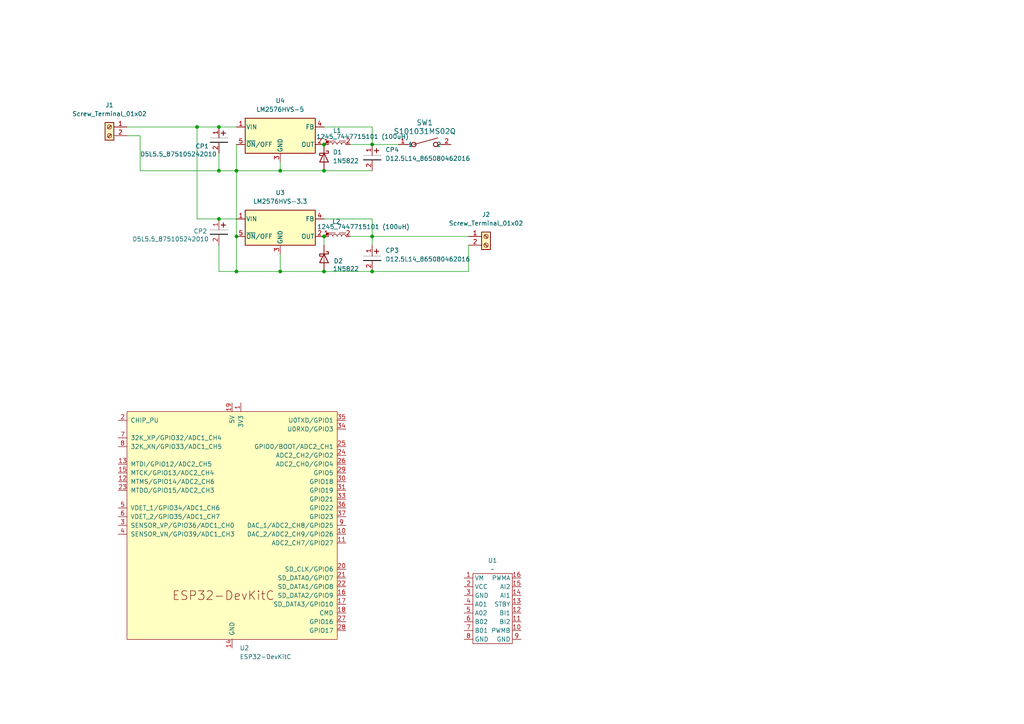
<source format=kicad_sch>
(kicad_sch (version 20231120) (generator "eeschema") (generator_version "8.0")
  (paper "A4")
  (lib_symbols
    (symbol "Connector:Screw_Terminal_01x02" (pin_names (offset 1.016) hide)
      (property "Reference" "J" (at 0 2.54 0))
      (property "Value" "Screw_Terminal_01x02" (at 0 -5.08 0))
      (symbol "Screw_Terminal_01x02_1_1"
        (rectangle (start -1.27 1.27) (end 1.27 -3.81) (stroke (width 0.254)) (fill (type background)))
        (circle (center 0 -2.54) (radius 0.635) (stroke (width 0.1524)))
        (polyline (pts (xy -0.5334 -2.2098) (xy 0.3302 -3.048)) (stroke (width 0.1524)))
        (polyline (pts (xy -0.5334 0.3302) (xy 0.3302 -0.508)) (stroke (width 0.1524)))
        (polyline (pts (xy -0.3556 -2.032) (xy 0.508 -2.8702)) (stroke (width 0.1524)))
        (polyline (pts (xy -0.3556 0.508) (xy 0.508 -0.3302)) (stroke (width 0.1524)))
        (circle (center 0 0) (radius 0.635) (stroke (width 0.1524)))
        (pin passive line (at -5.08 0 0) (length 3.81) (name "Pin_1") (number "1"))
        (pin passive line (at -5.08 -2.54 0) (length 3.81) (name "Pin_2") (number "2"))
      )
    )
    (symbol "D12.5L14_865080462016_1" (pin_names hide)
      (property "Reference" "CP" (at 0 5.08 0))
      (property "Value" "D12.5L14_865080462016" (at 0 -5.08 0))
      (symbol "D12.5L14_865080462016_1_1_1"
        (polyline (pts (xy -2.667 -1.27) (xy -1.397 -1.27)) (stroke (width 0.254)))
        (polyline (pts (xy -2.032 -0.635) (xy -2.032 -1.905)) (stroke (width 0.254)))
        (polyline (pts (xy -0.635 2.54) (xy -0.635 -2.54)) (stroke (width 0.254) (color 194 194 194 1)))
        (polyline (pts (xy 0.635 2.54) (xy 0.635 -2.54)) (stroke (width 0.254) (color 0 0 0 1)))
        (pin passive line (at -3.81 0 0) (length 3.175) (name "1") (number "1"))
        (pin passive line (at 3.81 0 180) (length 3.175) (name "2") (number "2"))
      )
    )
    (symbol "D5L5.5_875105242010_1" (pin_names hide)
      (property "Reference" "CP" (at 0 5.08 0))
      (property "Value" "D5L5.5_875105242010" (at 0 -5.08 0))
      (symbol "D5L5.5_875105242010_1_1_1"
        (polyline (pts (xy -2.667 -1.27) (xy -1.397 -1.27)) (stroke (width 0.254)))
        (polyline (pts (xy -2.032 -0.635) (xy -2.032 -1.905)) (stroke (width 0.254)))
        (polyline (pts (xy -0.635 2.54) (xy -0.635 -2.54)) (stroke (width 0.254) (color 194 194 194 1)))
        (polyline (pts (xy 0.635 2.54) (xy 0.635 -2.54)) (stroke (width 0.254) (color 0 0 0 1)))
        (pin passive line (at -3.81 0 0) (length 3.175) (name "1") (number "1"))
        (pin passive line (at 3.81 0 180) (length 3.175) (name "2") (number "2"))
      )
    )
    (symbol "Diode:1N5822" (pin_numbers hide) (pin_names (offset 1.016) hide)
      (property "Reference" "D" (at 0 2.54 0))
      (property "Value" "1N5822" (at 0 -2.54 0))
      (symbol "1N5822_0_1"
        (polyline (pts (xy 1.27 0) (xy -1.27 0)))
        (polyline (pts (xy 1.27 1.27) (xy 1.27 -1.27) (xy -1.27 0) (xy 1.27 1.27)) (stroke (width 0.254)))
        (polyline (pts (xy -1.905 0.635) (xy -1.905 1.27) (xy -1.27 1.27) (xy -1.27 -1.27) (xy -0.635 -1.27) (xy -0.635 -0.635)) (stroke (width 0.254)))
      )
      (symbol "1N5822_1_1"
        (pin passive line (at -3.81 0 0) (length 2.54) (name "K") (number "1"))
        (pin passive line (at 3.81 0 180) (length 2.54) (name "A") (number "2"))
      )
    )
    (symbol "PCM_Espressif:ESP32-DevKitC" (pin_names (offset 1.016))
      (property "Reference" "U" (at -30.48 38.1 0))
      (property "Value" "ESP32-DevKitC" (at -30.48 35.56 0))
      (symbol "ESP32-DevKitC_0_0"
        (text "ESP32-DevKitC" (at -2.54 -20.32 0) (effects (font (size 2.54 2.54))))
        (pin power_in line (at 0 -35.56 90) (length 2.54) (name "GND") (number "14"))
        (pin power_in line (at 0 35.56 270) (length 2.54) (name "5V") (number "19"))
      )
      (symbol "ESP32-DevKitC_0_1"
        (rectangle (start -30.48 33.02) (end 30.48 -33.02) (fill (type background)))
      )
      (symbol "ESP32-DevKitC_1_1"
        (pin power_in line (at 2.54 35.56 270) (length 2.54) (name "3V3") (number "1"))
        (pin bidirectional line (at 33.02 -2.54 180) (length 2.54) (name "DAC_2/ADC2_CH9/GPIO26") (number "10"))
        (pin bidirectional line (at 33.02 -5.08 180) (length 2.54) (name "ADC2_CH7/GPIO27") (number "11"))
        (pin bidirectional line (at -33.02 12.7 0) (length 2.54) (name "MTMS/GPIO14/ADC2_CH6") (number "12"))
        (pin bidirectional line (at -33.02 17.78 0) (length 2.54) (name "MTDI/GPIO12/ADC2_CH5") (number "13"))
        (pin bidirectional line (at -33.02 15.24 0) (length 2.54) (name "MTCK/GPIO13/ADC2_CH4") (number "15"))
        (pin bidirectional line (at 33.02 -20.32 180) (length 2.54) (name "SD_DATA2/GPIO9") (number "16"))
        (pin bidirectional line (at 33.02 -22.86 180) (length 2.54) (name "SD_DATA3/GPIO10") (number "17"))
        (pin bidirectional line (at 33.02 -25.4 180) (length 2.54) (name "CMD") (number "18"))
        (pin input line (at -33.02 30.48 0) (length 2.54) (name "CHIP_PU") (number "2"))
        (pin bidirectional line (at 33.02 -12.7 180) (length 2.54) (name "SD_CLK/GPIO6") (number "20"))
        (pin bidirectional line (at 33.02 -15.24 180) (length 2.54) (name "SD_DATA0/GPIO7") (number "21"))
        (pin bidirectional line (at 33.02 -17.78 180) (length 2.54) (name "SD_DATA1/GPIO8") (number "22"))
        (pin bidirectional line (at -33.02 10.16 0) (length 2.54) (name "MTDO/GPIO15/ADC2_CH3") (number "23"))
        (pin bidirectional line (at 33.02 20.32 180) (length 2.54) (name "ADC2_CH2/GPIO2") (number "24"))
        (pin bidirectional line (at 33.02 22.86 180) (length 2.54) (name "GPIO0/BOOT/ADC2_CH1") (number "25"))
        (pin bidirectional line (at 33.02 17.78 180) (length 2.54) (name "ADC2_CH0/GPIO4") (number "26"))
        (pin bidirectional line (at 33.02 -27.94 180) (length 2.54) (name "GPIO16") (number "27"))
        (pin bidirectional line (at 33.02 -30.48 180) (length 2.54) (name "GPIO17") (number "28"))
        (pin bidirectional line (at 33.02 15.24 180) (length 2.54) (name "GPIO5") (number "29"))
        (pin input line (at -33.02 0 0) (length 2.54) (name "SENSOR_VP/GPIO36/ADC1_CH0") (number "3"))
        (pin bidirectional line (at 33.02 12.7 180) (length 2.54) (name "GPIO18") (number "30"))
        (pin bidirectional line (at 33.02 10.16 180) (length 2.54) (name "GPIO19") (number "31"))
        (pin passive line (at 0 -35.56 90) (length 2.54) hide (name "GND") (number "32"))
        (pin bidirectional line (at 33.02 7.62 180) (length 2.54) (name "GPIO21") (number "33"))
        (pin bidirectional line (at 33.02 27.94 180) (length 2.54) (name "U0RXD/GPIO3") (number "34"))
        (pin bidirectional line (at 33.02 30.48 180) (length 2.54) (name "U0TXD/GPIO1") (number "35"))
        (pin bidirectional line (at 33.02 5.08 180) (length 2.54) (name "GPIO22") (number "36"))
        (pin bidirectional line (at 33.02 2.54 180) (length 2.54) (name "GPIO23") (number "37"))
        (pin passive line (at 0 -35.56 90) (length 2.54) hide (name "GND") (number "38"))
        (pin input line (at -33.02 -2.54 0) (length 2.54) (name "SENSOR_VN/GPIO39/ADC1_CH3") (number "4"))
        (pin input line (at -33.02 5.08 0) (length 2.54) (name "VDET_1/GPIO34/ADC1_CH6") (number "5"))
        (pin input line (at -33.02 2.54 0) (length 2.54) (name "VDET_2/GPIO35/ADC1_CH7") (number "6"))
        (pin bidirectional line (at -33.02 25.4 0) (length 2.54) (name "32K_XP/GPIO32/ADC1_CH4") (number "7"))
        (pin bidirectional line (at -33.02 22.86 0) (length 2.54) (name "32K_XN/GPIO33/ADC1_CH5") (number "8"))
        (pin bidirectional line (at 33.02 0 180) (length 2.54) (name "DAC_1/ADC2_CH8/GPIO25") (number "9"))
      )
    )
    (symbol "Regulator_Switching:LM2576HVS-3.3" (pin_names (offset 0.254))
      (property "Reference" "U" (at -10.16 6.35 0))
      (property "Value" "LM2576HVS-3.3" (at 0 6.35 0))
      (symbol "LM2576HVS-3.3_0_1"
        (rectangle (start -10.16 5.08) (end 10.16 -5.08) (stroke (width 0.254)) (fill (type background)))
      )
      (symbol "LM2576HVS-3.3_1_1"
        (pin power_in line (at -12.7 2.54 0) (length 2.54) (name "VIN") (number "1"))
        (pin output line (at 12.7 -2.54 180) (length 2.54) (name "OUT") (number "2"))
        (pin power_in line (at 0 -7.62 90) (length 2.54) (name "GND") (number "3"))
        (pin input line (at 12.7 2.54 180) (length 2.54) (name "FB") (number "4"))
        (pin input line (at -12.7 -2.54 0) (length 2.54) (name "~{ON}/OFF") (number "5"))
      )
    )
    (symbol "Regulator_Switching:LM2576HVS-5" (pin_names (offset 0.254))
      (property "Reference" "U" (at -10.16 6.35 0))
      (property "Value" "LM2576HVS-5" (at 0 6.35 0))
      (symbol "LM2576HVS-5_0_1"
        (rectangle (start -10.16 5.08) (end 10.16 -5.08) (stroke (width 0.254)) (fill (type background)))
      )
      (symbol "LM2576HVS-5_1_1"
        (pin power_in line (at -12.7 2.54 0) (length 2.54) (name "VIN") (number "1"))
        (pin output line (at 12.7 -2.54 180) (length 2.54) (name "OUT") (number "2"))
        (pin power_in line (at 0 -7.62 90) (length 2.54) (name "GND") (number "3"))
        (pin input line (at 12.7 2.54 180) (length 2.54) (name "FB") (number "4"))
        (pin input line (at -12.7 -2.54 0) (length 2.54) (name "~{ON}/OFF") (number "5"))
      )
    )
    (symbol "S101031MS02Q_SPST:S101031MS02Q" (pin_names (offset 0.254))
      (property "Reference" "SW" (at 7.62 3.81 0))
      (property "Value" "S101031MS02Q" (at 0 0 0))
      (symbol "S101031MS02Q_0_1"
        (polyline (pts (xy 2.54 0) (xy 3.81 0)) (stroke (width 0.2032)))
        (polyline (pts (xy 4.445 0) (xy 11.43 1.905)) (stroke (width 0.2032)))
        (polyline (pts (xy 12.7 0) (xy 11.43 0)) (stroke (width 0.2032)))
        (circle (center 4.445 0) (radius 0.635) (stroke (width 0.254)))
        (circle (center 10.795 0) (radius 0.635) (stroke (width 0.254)))
        (pin unspecified line (at 0 0 0) (length 2.54) (name "1") (number "1"))
        (pin unspecified line (at 15.24 0 180) (length 2.54) (name "2") (number "2"))
      )
    )
    (symbol "WurthE_inductors:1245_7447715101" (pin_names hide)
      (property "Reference" "L" (at 0 5.08 0))
      (property "Value" "1245_7447715101" (at 0 -2.54 0))
      (symbol "1245_7447715101_0_1"
        (arc (start -1.27 0) (mid -1.905 0.6323) (end -2.54 0))
        (arc (start 0 0) (mid -0.635 0.6323) (end -1.27 0))
        (polyline (pts (xy -2.54 1.016) (xy -0.508 1.016)))
        (arc (start 1.27 0) (mid 0.635 0.6323) (end 0 0))
        (arc (start 2.54 0) (mid 1.905 0.6323) (end 1.27 0))
      )
      (symbol "1245_7447715101_1_1"
        (circle (center -2.794 0.762) (radius 0.0001) (stroke (width 0.381)))
        (polyline (pts (xy 2.54 1.016) (xy 0.508 1.016)))
        (pin passive line (at -3.81 0 0) (length 1.27) (name "1") (number "1"))
        (pin passive line (at 3.81 0 180) (length 1.27) (name "2") (number "2"))
      )
    )
    (symbol "custom:TB6612FNG_BoB"
      (property "Reference" "U" (at 4.064 4.064 0))
      (symbol "TB6612FNG_BoB_0_1"
        (rectangle (start -1.27 25.4) (end 10.16 5.08))
      )
      (symbol "TB6612FNG_BoB_1_1"
        (pin power_in line (at -3.81 24.13 0) (length 2.54) (name "VM") (number "1"))
        (pin input line (at 12.7 8.89 180) (length 2.54) (name "PWMB") (number "10"))
        (pin input line (at 12.7 11.43 180) (length 2.54) (name "BI2") (number "11"))
        (pin input line (at 12.7 13.97 180) (length 2.54) (name "BI1") (number "12"))
        (pin input line (at 12.7 16.51 180) (length 2.54) (name "STBY") (number "13"))
        (pin input line (at 12.7 19.05 180) (length 2.54) (name "AI1") (number "14"))
        (pin input line (at 12.7 21.59 180) (length 2.54) (name "AI2") (number "15"))
        (pin input line (at 12.7 24.13 180) (length 2.54) (name "PWMA") (number "16"))
        (pin power_in line (at -3.81 21.59 0) (length 2.54) (name "VCC") (number "2"))
        (pin power_in line (at -3.81 19.05 0) (length 2.54) (name "GND") (number "3"))
        (pin output line (at -3.81 16.51 0) (length 2.54) (name "A01") (number "4"))
        (pin output line (at -3.81 13.97 0) (length 2.54) (name "A02") (number "5"))
        (pin output line (at -3.81 11.43 0) (length 2.54) (name "B02") (number "6"))
        (pin output line (at -3.81 8.89 0) (length 2.54) (name "B01") (number "7"))
        (pin power_in line (at -3.81 6.35 0) (length 2.54) (name "GND") (number "8"))
        (pin power_in line (at 12.7 6.35 180) (length 2.54) (name "GND") (number "9"))
      )
    )
  )
  (junction (at 68.58 49.53))
  (junction (at 107.95 78.74))
  (junction (at 107.95 41.91))
  (junction (at 93.98 68.58))
  (junction (at 68.58 78.74))
  (junction (at 93.98 78.74))
  (junction (at 81.28 49.53))
  (junction (at 107.95 68.58))
  (junction (at 63.5 36.83))
  (junction (at 81.28 78.74))
  (junction (at 63.5 49.53))
  (junction (at 93.98 49.53))
  (junction (at 93.98 41.91))
  (junction (at 57.15 36.83))
  (junction (at 68.58 68.58))
  (junction (at 63.5 63.5))
  (wire (pts (xy 135.89 71.12) (xy 135.89 78.74)))
  (wire (pts (xy 107.95 41.91) (xy 115.57 41.91)))
  (wire (pts (xy 68.58 49.53) (xy 68.58 68.58)))
  (wire (pts (xy 36.83 36.83) (xy 57.15 36.83)))
  (wire (pts (xy 63.5 63.5) (xy 57.15 63.5)))
  (wire (pts (xy 107.95 63.5) (xy 107.95 68.58)))
  (wire (pts (xy 93.98 36.83) (xy 107.95 36.83)))
  (wire (pts (xy 93.98 78.74) (xy 107.95 78.74)))
  (wire (pts (xy 63.5 36.83) (xy 68.58 36.83)))
  (wire (pts (xy 57.15 36.83) (xy 57.15 63.5)))
  (wire (pts (xy 81.28 73.66) (xy 81.28 78.74)))
  (wire (pts (xy 93.98 68.58) (xy 93.98 71.12)))
  (wire (pts (xy 63.5 63.5) (xy 68.58 63.5)))
  (wire (pts (xy 63.5 49.53) (xy 68.58 49.53)))
  (wire (pts (xy 107.95 71.12) (xy 107.95 68.58)))
  (wire (pts (xy 81.28 49.53) (xy 93.98 49.53)))
  (wire (pts (xy 68.58 68.58) (xy 68.58 78.74)))
  (wire (pts (xy 63.5 44.45) (xy 63.5 49.53)))
  (wire (pts (xy 36.83 39.37) (xy 40.64 39.37)))
  (wire (pts (xy 68.58 41.91) (xy 68.58 49.53)))
  (wire (pts (xy 57.15 36.83) (xy 63.5 36.83)))
  (wire (pts (xy 81.28 46.99) (xy 81.28 49.53)))
  (wire (pts (xy 107.95 68.58) (xy 101.6 68.58)))
  (wire (pts (xy 107.95 36.83) (xy 107.95 41.91)))
  (wire (pts (xy 68.58 49.53) (xy 81.28 49.53)))
  (wire (pts (xy 135.89 78.74) (xy 107.95 78.74)))
  (wire (pts (xy 81.28 78.74) (xy 93.98 78.74)))
  (wire (pts (xy 93.98 63.5) (xy 107.95 63.5)))
  (wire (pts (xy 63.5 71.12) (xy 63.5 78.74)))
  (wire (pts (xy 101.6 41.91) (xy 107.95 41.91)))
  (wire (pts (xy 40.64 49.53) (xy 63.5 49.53)))
  (wire (pts (xy 93.98 49.53) (xy 107.95 49.53)))
  (wire (pts (xy 107.95 68.58) (xy 135.89 68.58)))
  (wire (pts (xy 40.64 39.37) (xy 40.64 49.53)))
  (wire (pts (xy 63.5 78.74) (xy 68.58 78.74)))
  (wire (pts (xy 68.58 78.74) (xy 81.28 78.74)))
  (symbol (lib_id "S101031MS02Q_SPST:S101031MS02Q") (at 115.57 41.91 0) (unit 1)
    (property "Reference" "SW1" (at 123.19 35.56 0) (effects (font (size 1.524 1.524))))
    (property "Value" "S101031MS02Q" (at 123.19 38.1 0) (effects (font (size 1.524 1.524))))
    (property "Footprint" "S101031MS02Q:SW2_S101031MS02Q_CNK" (effects (hide yes)))
    (property "Datasheet" "S101031MS02Q" (effects (hide yes)))
  )
  (symbol (lib_id "Connector:Screw_Terminal_01x02") (at 31.75 36.83 0) (mirror y) (unit 1)
    (property "Reference" "J1" (at 31.75 30.48 0))
    (property "Value" "Screw_Terminal_01x02" (at 31.75 33.02 0))
    (property "Footprint" "terminal:CUI_TB002-500-02BE" (effects (hide yes)))
    (property "Description" "Generic screw terminal, single row, 01x02, script generated (kicad-library-utils/schlib/autogen/connector/)" (effects (hide yes)))
  )
  (symbol (lib_name "D5L5.5_875105242010_1") (lib_id "WurthE:D5L5.5_875105242010") (at 63.5 67.31 90) (mirror x) (unit 1)
    (property "Reference" "CP2" (at 56.134 67.056 90) (effects (justify right)))
    (property "Value" "D5L5.5_875105242010" (at 38.354 69.342 90) (effects (justify right)))
    (property "Footprint" "WurthE:CP_Wurth_WCAP-PSLP-D5L5.5" (effects (hide yes)))
    (property "Datasheet" "https://www.we-online.com/catalog/datasheet/875105242010.pdf?ki" (effects (hide yes)))
    (property "Description" "Aluminum Polymer Capacitors Low Profile" (effects (hide yes)))
    (property "Manufacturer" "Wurth Elektronik" (effects (hide yes)))
    (property "Manufacturer URL" "https://www.we-online.com" (effects (hide yes)))
    (property "Published Date" "20250102" (effects (hide yes)))
    (property "Match Code" "WCAP-PSLP" (effects (hide yes)))
    (property "Part Number" "875105242010" (effects (hide yes)))
    (property "Size" "D5L5.5" (effects (hide yes)))
    (property "Mounting Technology" "SMT" (effects (hide yes)))
    (property "Endurance (h)" "2000" (effects (hide yes)))
    (property "Operating Temperature" "-55 °C up to +105 °C" (effects (hide yes)))
    (property "IRIPPLE (mA)" "1970" (effects (hide yes)))
    (property "RESR (mΩ)" "30" (effects (hide yes)))
    (property "ILeak (µA)" "300" (effects (hide yes)))
    (property "DF (%)" "8" (effects (hide yes)))
    (property "Ø D (mm)" "5.0" (effects (hide yes)))
    (property "L (mm)" "5.5" (effects (hide yes)))
  )
  (symbol (lib_id "Regulator_Switching:LM2576HVS-5") (at 81.28 39.37 0) (unit 1)
    (property "Reference" "U4" (at 81.28 29.21 0))
    (property "Value" "LM2576HVS-5" (at 81.28 31.75 0))
    (property "Footprint" "Package_TO_SOT_SMD:TO-263-5_TabPin3" (effects (hide yes)))
    (property "Datasheet" "http://www.ti.com/lit/ds/symlink/lm2576.pdf" (effects (hide yes)))
    (property "Description" "5V 3A, SIMPLE SWITCHER® Step-Down Voltage Regulator, High Voltage Input, TO-263" (effects (hide yes)))
  )
  (symbol (lib_id "Connector:Screw_Terminal_01x02") (at 140.97 68.58 0) (unit 1)
    (property "Reference" "J2" (at 140.97 62.23 0))
    (property "Value" "Screw_Terminal_01x02" (at 140.97 64.77 0))
    (property "Footprint" "terminal:CUI_TB002-500-02BE" (effects (hide yes)))
    (property "Description" "Generic screw terminal, single row, 01x02, script generated (kicad-library-utils/schlib/autogen/connector/)" (effects (hide yes)))
  )
  (symbol (lib_name "D5L5.5_875105242010_1") (lib_id "WurthE:D5L5.5_875105242010") (at 63.5 40.64 90) (mirror x) (unit 1)
    (property "Reference" "CP1" (at 56.642 42.418 90) (effects (justify right)))
    (property "Value" "D5L5.5_875105242010" (at 40.64 44.704 90) (effects (justify right)))
    (property "Footprint" "WurthE:CP_Wurth_WCAP-PSLP-D5L5.5" (effects (hide yes)))
    (property "Datasheet" "https://www.we-online.com/catalog/datasheet/875105242010.pdf?ki" (effects (hide yes)))
    (property "Description" "Aluminum Polymer Capacitors Low Profile" (effects (hide yes)))
    (property "Manufacturer" "Wurth Elektronik" (effects (hide yes)))
    (property "Manufacturer URL" "https://www.we-online.com" (effects (hide yes)))
    (property "Published Date" "20250102" (effects (hide yes)))
    (property "Match Code" "WCAP-PSLP" (effects (hide yes)))
    (property "Part Number" "875105242010" (effects (hide yes)))
    (property "Size" "D5L5.5" (effects (hide yes)))
    (property "Mounting Technology" "SMT" (effects (hide yes)))
    (property "Endurance (h)" "2000" (effects (hide yes)))
    (property "Operating Temperature" "-55 °C up to +105 °C" (effects (hide yes)))
    (property "IRIPPLE (mA)" "1970" (effects (hide yes)))
    (property "RESR (mΩ)" "30" (effects (hide yes)))
    (property "ILeak (µA)" "300" (effects (hide yes)))
    (property "DF (%)" "8" (effects (hide yes)))
    (property "Ø D (mm)" "5.0" (effects (hide yes)))
    (property "L (mm)" "5.5" (effects (hide yes)))
  )
  (symbol (lib_name "D12.5L14_865080462016_1") (lib_id "WE-ASLI:D12.5L14_865080462016") (at 107.95 74.93 90) (mirror x) (unit 1)
    (property "Reference" "CP3" (at 111.76 72.6439 90) (effects (justify right)))
    (property "Value" "D12.5L14_865080462016" (at 111.76 75.1839 90) (effects (justify right)))
    (property "Footprint" "WurthE:CP_Wurth_WCAP-ASLI-D12.5L14" (effects (hide yes)))
    (property "Datasheet" "https://www.we-online.com/catalog/datasheet/865080462016.pdf?ki" (effects (hide yes)))
    (property "Description" "Aluminum Electrolytic Capacitors Low Impedance +105 °C" (effects (hide yes)))
    (property "Manufacturer" "Wurth Elektronik" (effects (hide yes)))
    (property "Manufacturer URL" "https://www.we-online.com" (effects (hide yes)))
    (property "Published Date" "20241231" (effects (hide yes)))
    (property "Match Code" "WCAP-ASLI" (effects (hide yes)))
    (property "Part Number" "865080462016" (effects (hide yes)))
    (property "Size" "D12.5L14" (effects (hide yes)))
    (property "Mounting Technology" "SMT" (effects (hide yes)))
    (property "C" "1000 µF" (effects (hide yes)))
    (property "VR (V (DC))" "25.0" (effects (hide yes)))
    (property "Endurance (h)" "5000" (effects (hide yes)))
    (property "Operating Temperature" "-55 °C up to +105 °C" (effects (hide yes)))
    (property "IRIPPLE (mA)" "1100.0" (effects (hide yes)))
    (property "Z (mΩ)" "80" (effects (hide yes)))
    (property "ILeak (µA)" "250.0" (effects (hide yes)))
    (property "DF (%)" "14" (effects (hide yes)))
    (property "Ø D (mm)" "12.5" (effects (hide yes)))
    (property "L (mm)" "14.0" (effects (hide yes)))
  )
  (symbol (lib_id "WurthE_inductors:1245_7447715101") (at 97.79 41.91 0) (unit 1)
    (property "Reference" "L1" (at 97.79 37.846 0))
    (property "Value" "1245_7447715101 (100uH)" (at 105.156 39.624 0))
    (property "Footprint" "WE-PD:L_Wurth_WE-PD-1245" (effects (hide yes)))
    (property "Datasheet" "https://www.we-online.com/catalog/datasheet/7447715101.pdf?ki" (effects (hide yes)))
    (property "Description" "WE-PD SMT Power Inductor" (effects (hide yes)))
    (property "Manufacturer" "Wurth Elektronik" (effects (hide yes)))
    (property "Manufacturer URL" "https://www.we-online.com" (effects (hide yes)))
    (property "Published Date" "20241205" (effects (hide yes)))
    (property "Match Code" "WE-PD" (effects (hide yes)))
    (property "Part Number" "7447715101" (effects (hide yes)))
    (property "Size" "1245" (effects (hide yes)))
    (property "Mounting Technology" "SMT" (effects (hide yes)))
    (property "L (µH)" "100.0" (effects (hide yes)))
    (property "IRP,40K (A)" "1.95" (effects (hide yes)))
    (property "ISAT (A)" "1.4" (effects (hide yes)))
    (property "RDC max. (mΩ)" "270.0" (effects (hide yes)))
    (property "fres (MHz)" "6.9" (effects (hide yes)))
    (property "Version" "Standard" (effects (hide yes)))
  )
  (symbol (lib_name "D12.5L14_865080462016_1") (lib_id "WE-ASLI:D12.5L14_865080462016") (at 107.95 45.72 90) (mirror x) (unit 1)
    (property "Reference" "CP4" (at 111.76 43.4339 90) (effects (justify right)))
    (property "Value" "D12.5L14_865080462016" (at 111.76 45.9739 90) (effects (justify right)))
    (property "Footprint" "WurthE:CP_Wurth_WCAP-ASLI-D12.5L14" (effects (hide yes)))
    (property "Datasheet" "https://www.we-online.com/catalog/datasheet/865080462016.pdf?ki" (effects (hide yes)))
    (property "Description" "Aluminum Electrolytic Capacitors Low Impedance +105 °C" (effects (hide yes)))
    (property "Manufacturer" "Wurth Elektronik" (effects (hide yes)))
    (property "Manufacturer URL" "https://www.we-online.com" (effects (hide yes)))
    (property "Published Date" "20241231" (effects (hide yes)))
    (property "Match Code" "WCAP-ASLI" (effects (hide yes)))
    (property "Part Number" "865080462016" (effects (hide yes)))
    (property "Size" "D12.5L14" (effects (hide yes)))
    (property "Mounting Technology" "SMT" (effects (hide yes)))
    (property "C" "1000 µF" (effects (hide yes)))
    (property "VR (V (DC))" "25.0" (effects (hide yes)))
    (property "Endurance (h)" "5000" (effects (hide yes)))
    (property "Operating Temperature" "-55 °C up to +105 °C" (effects (hide yes)))
    (property "IRIPPLE (mA)" "1100.0" (effects (hide yes)))
    (property "Z (mΩ)" "80" (effects (hide yes)))
    (property "ILeak (µA)" "250.0" (effects (hide yes)))
    (property "DF (%)" "14" (effects (hide yes)))
    (property "Ø D (mm)" "12.5" (effects (hide yes)))
    (property "L (mm)" "14.0" (effects (hide yes)))
  )
  (symbol (lib_id "Diode:1N5822") (at 93.98 45.72 270) (unit 1)
    (property "Reference" "D1" (at 96.52 44.1324 90) (effects (justify left)))
    (property "Value" "1N5822" (at 96.52 46.6724 90) (effects (justify left)))
    (property "Footprint" "Diode_THT:D_DO-201AD_P15.24mm_Horizontal" (effects (hide yes)))
    (property "Datasheet" "http://www.vishay.com/docs/88526/1n5820.pdf" (effects (hide yes)))
    (property "Description" "40V 3A Schottky Barrier Rectifier Diode, DO-201AD" (effects (hide yes)))
  )
  (symbol (lib_id "PCM_Espressif:ESP32-DevKitC") (at 67.31 152.4 0) (unit 1)
    (property "Reference" "U2" (at 69.5041 187.96 0) (effects (justify left)))
    (property "Value" "ESP32-DevKitC" (at 69.5041 190.5 0) (effects (justify left)))
    (property "Footprint" "PCM_Espressif:ESP32-DevKitC" (effects (hide yes)))
    (property "Datasheet" "https://docs.espressif.com/projects/esp-idf/zh_CN/latest/esp32/hw-reference/esp32/get-started-devkitc.html" (effects (hide yes)))
    (property "Description" "Development Kit" (effects (hide yes)))
  )
  (symbol (lib_id "WurthE_inductors:1245_7447715101") (at 97.79 68.58 0) (unit 1)
    (property "Reference" "L2" (at 97.536 64.262 0))
    (property "Value" "1245_7447715101 (100uH)" (at 105.41 65.786 0))
    (property "Footprint" "WE-PD:L_Wurth_WE-PD-1245" (effects (hide yes)))
    (property "Datasheet" "https://www.we-online.com/catalog/datasheet/7447715101.pdf?ki" (effects (hide yes)))
    (property "Description" "WE-PD SMT Power Inductor" (effects (hide yes)))
    (property "Manufacturer" "Wurth Elektronik" (effects (hide yes)))
    (property "Manufacturer URL" "https://www.we-online.com" (effects (hide yes)))
    (property "Published Date" "20241205" (effects (hide yes)))
    (property "Match Code" "WE-PD" (effects (hide yes)))
    (property "Part Number" "7447715101" (effects (hide yes)))
    (property "Size" "1245" (effects (hide yes)))
    (property "Mounting Technology" "SMT" (effects (hide yes)))
    (property "L (µH)" "100.0" (effects (hide yes)))
    (property "IRP,40K (A)" "1.95" (effects (hide yes)))
    (property "ISAT (A)" "1.4" (effects (hide yes)))
    (property "RDC max. (mΩ)" "270.0" (effects (hide yes)))
    (property "fres (MHz)" "6.9" (effects (hide yes)))
    (property "Version" "Standard" (effects (hide yes)))
  )
  (symbol (lib_id "Diode:1N5822") (at 93.98 74.93 270) (unit 1)
    (property "Reference" "D2" (at 96.774 75.692 90) (effects (justify left)))
    (property "Value" "1N5822" (at 96.52 77.978 90) (effects (justify left)))
    (property "Footprint" "Diode_THT:D_DO-201AD_P15.24mm_Horizontal" (effects (hide yes)))
    (property "Datasheet" "http://www.vishay.com/docs/88526/1n5820.pdf" (effects (hide yes)))
    (property "Description" "40V 3A Schottky Barrier Rectifier Diode, DO-201AD" (effects (hide yes)))
  )
  (symbol (lib_id "custom:TB6612FNG_BoB") (at 138.43 191.77 0) (unit 1)
    (property "Reference" "U1" (at 142.875 162.56 0))
    (property "Value" "~" (at 142.875 165.1 0))
    (property "Footprint" "custom:TB6612FNG_BoB" (effects (hide yes)))
  )
  (symbol (lib_id "Regulator_Switching:LM2576HVS-3.3") (at 81.28 66.04 0) (unit 1)
    (property "Reference" "U3" (at 81.28 55.88 0))
    (property "Value" "LM2576HVS-3.3" (at 81.28 58.42 0))
    (property "Footprint" "Package_TO_SOT_SMD:TO-263-5_TabPin3" (effects (hide yes)))
    (property "Datasheet" "http://www.ti.com/lit/ds/symlink/lm2576.pdf" (effects (hide yes)))
    (property "Description" "3.3V, 3A, SIMPLE SWITCHER® Step-Down Voltage Regulator, High Voltage Input, TO-263" (effects (hide yes)))
  )
)
</source>
